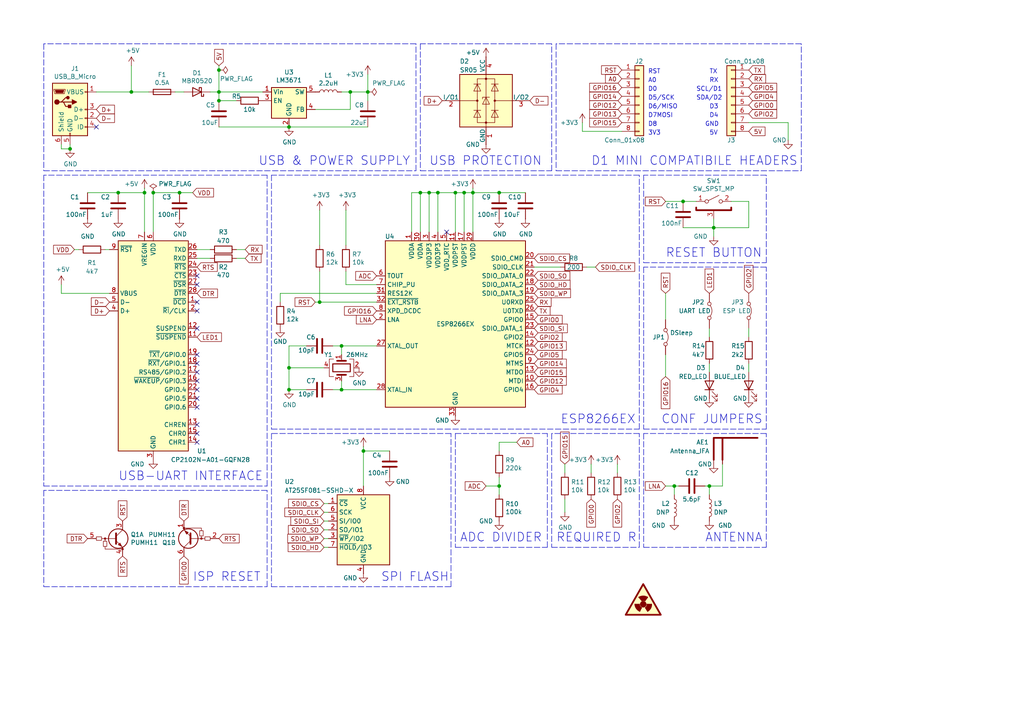
<source format=kicad_sch>
(kicad_sch (version 20231120) (generator "eeschema") (generator_version "8.0")
  (paper "A4")
  (title_block (title "ESP Board") (date "2021-08-24") (rev "1") (company "Galion"))
  (junction (at 144.78 55.88))
  (junction (at 121.92 55.88))
  (junction (at 106.68 26.67))
  (junction (at 63.5 20.32))
  (junction (at 63.5 29.21))
  (junction (at 63.5 26.67))
  (junction (at 101.6 26.67))
  (junction (at 44.45 55.88))
  (junction (at 20.32 43.18))
  (junction (at 38.1 26.67))
  (junction (at 34.29 55.88))
  (junction (at 198.12 58.42))
  (junction (at 99.06 113.03))
  (junction (at 52.07 55.88))
  (junction (at 99.06 100.33))
  (junction (at 83.82 113.03))
  (junction (at 105.41 130.81))
  (junction (at 124.46 55.88))
  (junction (at 83.82 106.68))
  (junction (at 41.91 55.88))
  (junction (at 92.71 87.63))
  (junction (at 205.74 140.97))
  (junction (at 132.08 55.88))
  (junction (at 127 55.88))
  (junction (at 207.01 66.04))
  (junction (at 137.16 55.88))
  (junction (at 144.78 140.97))
  (junction (at 83.82 36.83))
  (junction (at 195.58 140.97))
  (junction (at 134.62 55.88))
  (no_connect (at 57.15 80.01))
  (no_connect (at 57.15 107.95))
  (no_connect (at 57.15 110.49))
  (no_connect (at 27.94 36.83))
  (no_connect (at 57.15 87.63))
  (no_connect (at 57.15 90.17))
  (no_connect (at 57.15 95.25))
  (no_connect (at 129.54 67.31))
  (no_connect (at 57.15 118.11))
  (no_connect (at 57.15 125.73))
  (no_connect (at 57.15 123.19))
  (no_connect (at 57.15 128.27))
  (no_connect (at 57.15 113.03))
  (no_connect (at 57.15 115.57))
  (no_connect (at 57.15 102.87))
  (no_connect (at 57.15 82.55))
  (no_connect (at 57.15 105.41))
  (wire (pts (xy 172.72 77.47) (xy 170.18 77.47)))
  (wire (pts (xy 96.52 113.03) (xy 99.06 113.03)))
  (polyline (pts (xy 78.74 50.8) (xy 78.74 124.46)) (stroke (width 0) (type dash)))
  (wire (pts (xy 137.16 55.88) (xy 134.62 55.88)))
  (polyline (pts (xy 77.47 170.18) (xy 77.47 142.24)) (stroke (width 0) (type dash)))
  (wire (pts (xy 163.83 137.16) (xy 163.83 134.62)))
  (wire (pts (xy 205.74 140.97) (xy 209.55 140.97)))
  (polyline (pts (xy 222.25 77.47) (xy 186.69 77.47)) (stroke (width 0) (type dash)))
  (wire (pts (xy 137.16 55.88) (xy 137.16 67.31)))
  (polyline (pts (xy 186.69 124.46) (xy 222.25 124.46)) (stroke (width 0) (type dash)))
  (wire (pts (xy 63.5 26.67) (xy 63.5 29.21)))
  (wire (pts (xy 168.91 35.56) (xy 168.91 38.1)))
  (polyline (pts (xy 120.65 12.7) (xy 12.7 12.7)) (stroke (width 0) (type dash)))
  (wire (pts (xy 105.41 130.81) (xy 113.03 130.81)))
  (wire (pts (xy 127 67.31) (xy 127 55.88)))
  (polyline (pts (xy 12.7 12.7) (xy 12.7 49.53)) (stroke (width 0) (type dash)))
  (wire (pts (xy 93.98 158.75) (xy 95.25 158.75)))
  (polyline (pts (xy 12.7 50.8) (xy 12.7 140.97)) (stroke (width 0) (type dash)))
  (wire (pts (xy 83.82 100.33) (xy 83.82 106.68)))
  (polyline (pts (xy 12.7 140.97) (xy 77.47 140.97)) (stroke (width 0) (type dash)))
  (wire (pts (xy 106.68 26.67) (xy 106.68 29.21)))
  (polyline (pts (xy 132.08 125.73) (xy 132.08 158.75)) (stroke (width 0) (type dash)))
  (wire (pts (xy 68.58 72.39) (xy 71.12 72.39)))
  (polyline (pts (xy 185.42 125.73) (xy 160.02 125.73)) (stroke (width 0) (type dash)))
  (wire (pts (xy 205.74 140.97) (xy 205.74 143.51)))
  (wire (pts (xy 91.44 31.75) (xy 101.6 31.75)))
  (wire (pts (xy 132.08 55.88) (xy 134.62 55.88)))
  (wire (pts (xy 193.04 140.97) (xy 195.58 140.97)))
  (wire (pts (xy 99.06 100.33) (xy 99.06 102.87)))
  (wire (pts (xy 193.04 58.42) (xy 198.12 58.42)))
  (wire (pts (xy 207.01 66.04) (xy 207.01 68.58)))
  (wire (pts (xy 50.8 26.67) (xy 53.34 26.67)))
  (wire (pts (xy 30.48 72.39) (xy 31.75 72.39)))
  (wire (pts (xy 93.98 148.59) (xy 95.25 148.59)))
  (wire (pts (xy 144.78 138.43) (xy 144.78 140.97)))
  (polyline (pts (xy 77.47 142.24) (xy 12.7 142.24)) (stroke (width 0) (type dash)))
  (wire (pts (xy 144.78 128.27) (xy 149.86 128.27)))
  (wire (pts (xy 83.82 36.83) (xy 63.5 36.83)))
  (wire (pts (xy 205.74 107.95) (xy 205.74 105.41)))
  (wire (pts (xy 217.17 95.25) (xy 217.17 97.79)))
  (polyline (pts (xy 222.25 158.75) (xy 222.25 125.73)) (stroke (width 0) (type dash)))
  (polyline (pts (xy 132.08 125.73) (xy 158.75 125.73)) (stroke (width 0) (type dash)))
  (wire (pts (xy 99.06 113.03) (xy 109.22 113.03)))
  (wire (pts (xy 105.41 130.81) (xy 105.41 140.97)))
  (wire (pts (xy 25.4 55.88) (xy 34.29 55.88)))
  (wire (pts (xy 121.92 55.88) (xy 119.38 55.88)))
  (wire (pts (xy 217.17 107.95) (xy 217.17 105.41)))
  (wire (pts (xy 106.68 21.59) (xy 106.68 26.67)))
  (wire (pts (xy 76.2 26.67) (xy 63.5 26.67)))
  (polyline (pts (xy 186.69 125.73) (xy 186.69 158.75)) (stroke (width 0) (type dash)))
  (wire (pts (xy 83.82 106.68) (xy 93.98 106.68)))
  (wire (pts (xy 17.78 85.09) (xy 31.75 85.09)))
  (wire (pts (xy 44.45 55.88) (xy 52.07 55.88)))
  (wire (pts (xy 217.17 66.04) (xy 217.17 58.42)))
  (wire (pts (xy 92.71 87.63) (xy 109.22 87.63)))
  (wire (pts (xy 63.5 20.32) (xy 63.5 26.67)))
  (wire (pts (xy 101.6 26.67) (xy 101.6 31.75)))
  (polyline (pts (xy 185.42 50.8) (xy 78.74 50.8)) (stroke (width 0) (type dash)))
  (wire (pts (xy 38.1 26.67) (xy 38.1 19.05)))
  (polyline (pts (xy 232.41 49.53) (xy 232.41 12.7)) (stroke (width 0) (type dash)))
  (wire (pts (xy 209.55 140.97) (xy 209.55 134.62)))
  (wire (pts (xy 100.33 82.55) (xy 100.33 78.74)))
  (polyline (pts (xy 12.7 49.53) (xy 120.65 49.53)) (stroke (width 0) (type dash)))
  (wire (pts (xy 163.83 144.78) (xy 163.83 148.59)))
  (polyline (pts (xy 158.75 158.75) (xy 158.75 125.73)) (stroke (width 0) (type dash)))
  (wire (pts (xy 124.46 67.31) (xy 124.46 55.88)))
  (wire (pts (xy 127 55.88) (xy 132.08 55.88)))
  (polyline (pts (xy 12.7 142.24) (xy 12.7 170.18)) (stroke (width 0) (type dash)))
  (wire (pts (xy 217.17 35.56) (xy 228.6 35.56)))
  (wire (pts (xy 119.38 55.88) (xy 119.38 67.31)))
  (wire (pts (xy 168.91 38.1) (xy 180.34 38.1)))
  (wire (pts (xy 198.12 66.04) (xy 207.01 66.04)))
  (wire (pts (xy 21.59 72.39) (xy 22.86 72.39)))
  (wire (pts (xy 134.62 55.88) (xy 134.62 67.31)))
  (wire (pts (xy 137.16 54.61) (xy 137.16 55.88)))
  (polyline (pts (xy 78.74 125.73) (xy 78.74 170.18)) (stroke (width 0) (type dash)))
  (wire (pts (xy 27.94 26.67) (xy 38.1 26.67)))
  (polyline (pts (xy 185.42 158.75) (xy 185.42 125.73)) (stroke (width 0) (type dash)))
  (wire (pts (xy 60.96 72.39) (xy 57.15 72.39)))
  (polyline (pts (xy 222.25 125.73) (xy 186.69 125.73)) (stroke (width 0) (type dash)))
  (polyline (pts (xy 77.47 140.97) (xy 77.47 50.8)) (stroke (width 0) (type dash)))
  (wire (pts (xy 198.12 58.42) (xy 201.93 58.42)))
  (wire (pts (xy 144.78 140.97) (xy 144.78 143.51)))
  (polyline (pts (xy 78.74 124.46) (xy 185.42 124.46)) (stroke (width 0) (type dash)))
  (wire (pts (xy 41.91 55.88) (xy 41.91 67.31)))
  (polyline (pts (xy 160.02 12.7) (xy 121.92 12.7)) (stroke (width 0) (type dash)))
  (wire (pts (xy 196.85 140.97) (xy 195.58 140.97)))
  (polyline (pts (xy 161.29 12.7) (xy 161.29 49.53)) (stroke (width 0) (type dash)))
  (wire (pts (xy 17.78 43.18) (xy 20.32 43.18)))
  (polyline (pts (xy 186.69 76.2) (xy 222.25 76.2)) (stroke (width 0) (type dash)))
  (wire (pts (xy 92.71 71.12) (xy 92.71 60.96)))
  (wire (pts (xy 20.32 41.91) (xy 20.32 43.18)))
  (wire (pts (xy 43.18 26.67) (xy 38.1 26.67)))
  (wire (pts (xy 55.88 55.88) (xy 52.07 55.88)))
  (polyline (pts (xy 161.29 49.53) (xy 232.41 49.53)) (stroke (width 0) (type dash)))
  (wire (pts (xy 179.07 137.16) (xy 179.07 134.62)))
  (polyline (pts (xy 222.25 124.46) (xy 222.25 77.47)) (stroke (width 0) (type dash)))
  (wire (pts (xy 204.47 140.97) (xy 205.74 140.97)))
  (wire (pts (xy 154.94 77.47) (xy 162.56 77.47)))
  (wire (pts (xy 171.45 137.16) (xy 171.45 134.62)))
  (wire (pts (xy 93.98 153.67) (xy 95.25 153.67)))
  (wire (pts (xy 81.28 87.63) (xy 81.28 85.09)))
  (wire (pts (xy 17.78 41.91) (xy 17.78 43.18)))
  (wire (pts (xy 60.96 74.93) (xy 57.15 74.93)))
  (polyline (pts (xy 186.69 50.8) (xy 186.69 76.2)) (stroke (width 0) (type dash)))
  (wire (pts (xy 106.68 36.83) (xy 83.82 36.83)))
  (wire (pts (xy 124.46 55.88) (xy 127 55.88)))
  (wire (pts (xy 41.91 55.88) (xy 34.29 55.88)))
  (wire (pts (xy 44.45 55.88) (xy 44.45 67.31)))
  (wire (pts (xy 92.71 78.74) (xy 92.71 87.63)))
  (polyline (pts (xy 132.08 158.75) (xy 158.75 158.75)) (stroke (width 0) (type dash)))
  (polyline (pts (xy 222.25 76.2) (xy 222.25 50.8)) (stroke (width 0) (type dash)))
  (wire (pts (xy 109.22 100.33) (xy 99.06 100.33)))
  (wire (pts (xy 101.6 26.67) (xy 106.68 26.67)))
  (wire (pts (xy 205.74 95.25) (xy 205.74 97.79)))
  (polyline (pts (xy 186.69 77.47) (xy 186.69 124.46)) (stroke (width 0) (type dash)))
  (wire (pts (xy 63.5 19.05) (xy 63.5 20.32)))
  (polyline (pts (xy 186.69 158.75) (xy 222.25 158.75)) (stroke (width 0) (type dash)))
  (wire (pts (xy 132.08 67.31) (xy 132.08 55.88)))
  (wire (pts (xy 140.97 140.97) (xy 144.78 140.97)))
  (polyline (pts (xy 77.47 50.8) (xy 12.7 50.8)) (stroke (width 0) (type dash)))
  (polyline (pts (xy 130.81 125.73) (xy 78.74 125.73)) (stroke (width 0) (type dash)))
  (wire (pts (xy 193.04 85.09) (xy 193.04 92.71)))
  (polyline (pts (xy 222.25 50.8) (xy 186.69 50.8)) (stroke (width 0) (type dash)))
  (polyline (pts (xy 121.92 49.53) (xy 160.02 49.53)) (stroke (width 0) (type dash)))
  (wire (pts (xy 228.6 35.56) (xy 228.6 40.64)))
  (wire (pts (xy 83.82 106.68) (xy 83.82 113.03)))
  (wire (pts (xy 121.92 55.88) (xy 124.46 55.88)))
  (wire (pts (xy 144.78 130.81) (xy 144.78 128.27)))
  (wire (pts (xy 99.06 110.49) (xy 99.06 113.03)))
  (wire (pts (xy 99.06 26.67) (xy 101.6 26.67)))
  (wire (pts (xy 88.9 100.33) (xy 83.82 100.33)))
  (wire (pts (xy 109.22 82.55) (xy 100.33 82.55)))
  (polyline (pts (xy 12.7 170.18) (xy 77.47 170.18)) (stroke (width 0) (type dash)))
  (wire (pts (xy 71.12 74.93) (xy 68.58 74.93)))
  (wire (pts (xy 105.41 129.54) (xy 105.41 130.81)))
  (polyline (pts (xy 160.02 125.73) (xy 160.02 158.75)) (stroke (width 0) (type dash)))
  (wire (pts (xy 63.5 29.21) (xy 68.58 29.21)))
  (wire (pts (xy 121.92 67.31) (xy 121.92 55.88)))
  (polyline (pts (xy 120.65 49.53) (xy 120.65 12.7)) (stroke (width 0) (type dash)))
  (wire (pts (xy 207.01 63.5) (xy 207.01 66.04)))
  (wire (pts (xy 83.82 113.03) (xy 88.9 113.03)))
  (wire (pts (xy 217.17 58.42) (xy 212.09 58.42)))
  (wire (pts (xy 93.98 151.13) (xy 95.25 151.13)))
  (polyline (pts (xy 185.42 124.46) (xy 185.42 50.8)) (stroke (width 0) (type dash)))
  (wire (pts (xy 60.96 26.67) (xy 63.5 26.67)))
  (polyline (pts (xy 78.74 170.18) (xy 130.81 170.18)) (stroke (width 0) (type dash)))
  (wire (pts (xy 207.01 66.04) (xy 217.17 66.04)))
  (wire (pts (xy 93.98 156.21) (xy 95.25 156.21)))
  (wire (pts (xy 17.78 82.55) (xy 17.78 85.09)))
  (wire (pts (xy 100.33 60.96) (xy 100.33 71.12)))
  (polyline (pts (xy 232.41 12.7) (xy 161.29 12.7)) (stroke (width 0) (type dash)))
  (polyline (pts (xy 121.92 12.7) (xy 121.92 49.53)) (stroke (width 0) (type dash)))
  (wire (pts (xy 81.28 85.09) (xy 109.22 85.09)))
  (wire (pts (xy 193.04 109.22) (xy 193.04 102.87)))
  (polyline (pts (xy 160.02 158.75) (xy 185.42 158.75)) (stroke (width 0) (type dash)))
  (wire (pts (xy 91.44 87.63) (xy 92.71 87.63)))
  (polyline (pts (xy 130.81 170.18) (xy 130.81 125.73)) (stroke (width 0) (type dash)))
  (wire (pts (xy 41.91 54.61) (xy 41.91 55.88)))
  (wire (pts (xy 137.16 55.88) (xy 144.78 55.88)))
  (wire (pts (xy 195.58 140.97) (xy 195.58 143.51)))
  (wire (pts (xy 144.78 55.88) (xy 152.4 55.88)))
  (wire (pts (xy 96.52 100.33) (xy 99.06 100.33)))
  (polyline (pts (xy 160.02 49.53) (xy 160.02 12.7)) (stroke (width 0) (type dash)))
  (wire (pts (xy 93.98 146.05) (xy 95.25 146.05)))
  (text "ADC DIVIDER" (at 133.35 157.48 0) (effects (font (size 2.54 2.54)) (justify left bottom)))
  (text "RST" (at 187.96 21.59 0) (effects (font (size 1.27 1.27)) (justify left bottom)))
  (text "SCL/D1" (at 201.93 26.67 0) (effects (font (size 1.27 1.27)) (justify left bottom)))
  (text "ISP RESET" (at 55.88 168.91 0) (effects (font (size 2.54 2.54)) (justify left bottom)))
  (text "A0" (at 187.96 24.13 0) (effects (font (size 1.27 1.27)) (justify left bottom)))
  (text "CONF JUMPERS" (at 191.77 123.19 0) (effects (font (size 2.54 2.54)) (justify left bottom)))
  (text "SPI FLASH" (at 110.49 168.91 0) (effects (font (size 2.54 2.54)) (justify left bottom)))
  (text "USB PROTECTION" (at 124.46 48.26 0) (effects (font (size 2.54 2.54)) (justify left bottom)))
  (text "D8" (at 187.96 36.83 0) (effects (font (size 1.27 1.27)) (justify left bottom)))
  (text "D4" (at 205.74 34.29 0) (effects (font (size 1.27 1.27)) (justify left bottom)))
  (text "D3" (at 205.74 31.75 0) (effects (font (size 1.27 1.27)) (justify left bottom)))
  (text "USB & POWER SUPPLY" (at 74.93 48.26 0) (effects (font (size 2.54 2.54)) (justify left bottom)))
  (text "USB-UART INTERFACE" (at 34.29 139.7 0) (effects (font (size 2.54 2.54)) (justify left bottom)))
  (text "D7MOSI" (at 187.96 34.29 0) (effects (font (size 1.27 1.27)) (justify left bottom)))
  (text "D6/MISO" (at 187.96 31.75 0) (effects (font (size 1.27 1.27)) (justify left bottom)))
  (text "ESP8266EX" (at 162.56 123.19 0) (effects (font (size 2.54 2.54)) (justify left bottom)))
  (text "ANTENNA\n" (at 204.47 157.48 0) (effects (font (size 2.54 2.54)) (justify left bottom)))
  (text "RX" (at 205.74 24.13 0) (effects (font (size 1.27 1.27)) (justify left bottom)))
  (text "5V" (at 205.74 39.37 0) (effects (font (size 1.27 1.27)) (justify left bottom)))
  (text "D5/SCK" (at 187.96 29.21 0) (effects (font (size 1.27 1.27)) (justify left bottom)))
  (text "D1 MINI COMPATIBILE HEADERS" (at 171.45 48.26 0) (effects (font (size 2.54 2.54)) (justify left bottom)))
  (text "3V3" (at 187.96 39.37 0) (effects (font (size 1.27 1.27)) (justify left bottom)))
  (text "SDA/D2" (at 201.93 29.21 0) (effects (font (size 1.27 1.27)) (justify left bottom)))
  (text "GND" (at 204.47 36.83 0) (effects (font (size 1.27 1.27)) (justify left bottom)))
  (text "TX" (at 205.74 21.59 0) (effects (font (size 1.27 1.27)) (justify left bottom)))
  (text "REQUIRED R" (at 161.29 157.48 0) (effects (font (size 2.54 2.54)) (justify left bottom)))
  (text "RESET BUTTON\n" (at 193.04 74.93 0) (effects (font (size 2.54 2.54)) (justify left bottom)))
  (text "D0" (at 187.96 26.67 0) (effects (font (size 1.27 1.27)) (justify left bottom)))
  (global_label "GPIO15" (shape input) (at 180.34 35.56 180) (property "Intersheetrefs" "${INTERSHEET_REFS}" (effects (hide yes))))
  (global_label "TX" (shape input) (at 71.12 74.93 0) (property "Intersheetrefs" "${INTERSHEET_REFS}" (effects (hide yes))))
  (global_label "ADC" (shape input) (at 140.97 140.97 180) (property "Intersheetrefs" "${INTERSHEET_REFS}" (effects (hide yes))))
  (global_label "SDIO_SO" (shape input) (at 154.94 80.01 0) (property "Intersheetrefs" "${INTERSHEET_REFS}" (effects (hide yes))))
  (global_label "SDIO_CLK" (shape input) (at 93.98 148.59 180) (property "Intersheetrefs" "${INTERSHEET_REFS}" (effects (hide yes))))
  (global_label "GPIO12" (shape input) (at 180.34 30.48 180) (property "Intersheetrefs" "${INTERSHEET_REFS}" (effects (hide yes))))
  (global_label "TX" (shape input) (at 154.94 90.17 0) (property "Intersheetrefs" "${INTERSHEET_REFS}" (effects (hide yes))))
  (global_label "SDIO_HD" (shape input) (at 154.94 82.55 0) (property "Intersheetrefs" "${INTERSHEET_REFS}" (effects (hide yes))))
  (global_label "SDIO_CS" (shape input) (at 93.98 146.05 180) (property "Intersheetrefs" "${INTERSHEET_REFS}" (effects (hide yes))))
  (global_label "LED1" (shape input) (at 57.15 97.79 0) (property "Intersheetrefs" "${INTERSHEET_REFS}" (effects (hide yes))))
  (global_label "D+" (shape input) (at 27.94 31.75 0) (property "Intersheetrefs" "${INTERSHEET_REFS}" (effects (hide yes))))
  (global_label "GPIO15" (shape input) (at 163.83 134.62 90) (property "Intersheetrefs" "${INTERSHEET_REFS}" (effects (hide yes))))
  (global_label "5V" (shape input) (at 217.17 38.1 0) (property "Intersheetrefs" "${INTERSHEET_REFS}" (effects (hide yes))))
  (global_label "GPIO2" (shape input) (at 217.17 33.02 0) (property "Intersheetrefs" "${INTERSHEET_REFS}" (effects (hide yes))))
  (global_label "GPIO14" (shape input) (at 154.94 105.41 0) (property "Intersheetrefs" "${INTERSHEET_REFS}" (effects (hide yes))))
  (global_label "SDIO_HD" (shape input) (at 93.98 158.75 180) (property "Intersheetrefs" "${INTERSHEET_REFS}" (effects (hide yes))))
  (global_label "RST" (shape input) (at 35.56 151.13 90) (property "Intersheetrefs" "${INTERSHEET_REFS}" (effects (hide yes))))
  (global_label "GPIO16" (shape input) (at 180.34 25.4 180) (property "Intersheetrefs" "${INTERSHEET_REFS}" (effects (hide yes))))
  (global_label "SDIO_CLK" (shape input) (at 172.72 77.47 0) (property "Intersheetrefs" "${INTERSHEET_REFS}" (effects (hide yes))))
  (global_label "GPIO13" (shape input) (at 154.94 100.33 0) (property "Intersheetrefs" "${INTERSHEET_REFS}" (effects (hide yes))))
  (global_label "GPIO2" (shape input) (at 179.07 144.78 270) (property "Intersheetrefs" "${INTERSHEET_REFS}" (effects (hide yes))))
  (global_label "VDD" (shape input) (at 55.88 55.88 0) (property "Intersheetrefs" "${INTERSHEET_REFS}" (effects (hide yes))))
  (global_label "D-" (shape input) (at 31.75 87.63 180) (property "Intersheetrefs" "${INTERSHEET_REFS}" (effects (hide yes))))
  (global_label "GPIO2" (shape input) (at 217.17 85.09 90) (property "Intersheetrefs" "${INTERSHEET_REFS}" (effects (hide yes))))
  (global_label "SDIO_CS" (shape input) (at 154.94 74.93 0) (property "Intersheetrefs" "${INTERSHEET_REFS}" (effects (hide yes))))
  (global_label "D-" (shape input) (at 27.94 34.29 0) (property "Intersheetrefs" "${INTERSHEET_REFS}" (effects (hide yes))))
  (global_label "RST" (shape input) (at 180.34 20.32 180) (property "Intersheetrefs" "${INTERSHEET_REFS}" (effects (hide yes))))
  (global_label "SDIO_SI" (shape input) (at 93.98 151.13 180) (property "Intersheetrefs" "${INTERSHEET_REFS}" (effects (hide yes))))
  (global_label "LED1" (shape input) (at 205.74 85.09 90) (property "Intersheetrefs" "${INTERSHEET_REFS}" (effects (hide yes))))
  (global_label "SDIO_SO" (shape input) (at 93.98 153.67 180) (property "Intersheetrefs" "${INTERSHEET_REFS}" (effects (hide yes))))
  (global_label "DTR" (shape input) (at 57.15 85.09 0) (property "Intersheetrefs" "${INTERSHEET_REFS}" (effects (hide yes))))
  (global_label "GPIO4" (shape input) (at 154.94 113.03 0) (property "Intersheetrefs" "${INTERSHEET_REFS}" (effects (hide yes))))
  (global_label "D+" (shape input) (at 128.27 29.21 180) (property "Intersheetrefs" "${INTERSHEET_REFS}" (effects (hide yes))))
  (global_label "GPIO15" (shape input) (at 154.94 107.95 0) (property "Intersheetrefs" "${INTERSHEET_REFS}" (effects (hide yes))))
  (global_label "LNA" (shape input) (at 109.22 92.71 180) (property "Intersheetrefs" "${INTERSHEET_REFS}" (effects (hide yes))))
  (global_label "RST" (shape input) (at 91.44 87.63 180) (property "Intersheetrefs" "${INTERSHEET_REFS}" (effects (hide yes))))
  (global_label "RX" (shape input) (at 71.12 72.39 0) (property "Intersheetrefs" "${INTERSHEET_REFS}" (effects (hide yes))))
  (global_label "TX" (shape input) (at 217.17 20.32 0) (property "Intersheetrefs" "${INTERSHEET_REFS}" (effects (hide yes))))
  (global_label "D+" (shape input) (at 31.75 90.17 180) (property "Intersheetrefs" "${INTERSHEET_REFS}" (effects (hide yes))))
  (global_label "GPIO5" (shape input) (at 154.94 102.87 0) (property "Intersheetrefs" "${INTERSHEET_REFS}" (effects (hide yes))))
  (global_label "RTS" (shape input) (at 63.5 156.21 0) (property "Intersheetrefs" "${INTERSHEET_REFS}" (effects (hide yes))))
  (global_label "GPIO12" (shape input) (at 154.94 110.49 0) (property "Intersheetrefs" "${INTERSHEET_REFS}" (effects (hide yes))))
  (global_label "LNA" (shape input) (at 193.04 140.97 180) (property "Intersheetrefs" "${INTERSHEET_REFS}" (effects (hide yes))))
  (global_label "RTS" (shape input) (at 57.15 77.47 0) (property "Intersheetrefs" "${INTERSHEET_REFS}" (effects (hide yes))))
  (global_label "RX" (shape input) (at 217.17 22.86 0) (property "Intersheetrefs" "${INTERSHEET_REFS}" (effects (hide yes))))
  (global_label "SDIO_SI" (shape input) (at 154.94 95.25 0) (property "Intersheetrefs" "${INTERSHEET_REFS}" (effects (hide yes))))
  (global_label "SDIO_WP" (shape input) (at 93.98 156.21 180) (property "Intersheetrefs" "${INTERSHEET_REFS}" (effects (hide yes))))
  (global_label "GPIO0" (shape input) (at 154.94 92.71 0) (property "Intersheetrefs" "${INTERSHEET_REFS}" (effects (hide yes))))
  (global_label "GPIO0" (shape input) (at 171.45 144.78 270) (property "Intersheetrefs" "${INTERSHEET_REFS}" (effects (hide yes))))
  (global_label "GPIO16" (shape input) (at 109.22 90.17 180) (property "Intersheetrefs" "${INTERSHEET_REFS}" (effects (hide yes))))
  (global_label "GPIO4" (shape input) (at 217.17 27.94 0) (property "Intersheetrefs" "${INTERSHEET_REFS}" (effects (hide yes))))
  (global_label "DTR" (shape input) (at 25.4 156.21 180) (property "Intersheetrefs" "${INTERSHEET_REFS}" (effects (hide yes))))
  (global_label "DTR" (shape input) (at 53.34 151.13 90) (property "Intersheetrefs" "${INTERSHEET_REFS}" (effects (hide yes))))
  (global_label "GPIO13" (shape input) (at 180.34 33.02 180) (property "Intersheetrefs" "${INTERSHEET_REFS}" (effects (hide yes))))
  (global_label "RX" (shape input) (at 154.94 87.63 0) (property "Intersheetrefs" "${INTERSHEET_REFS}" (effects (hide yes))))
  (global_label "D-" (shape input) (at 153.67 29.21 0) (property "Intersheetrefs" "${INTERSHEET_REFS}" (effects (hide yes))))
  (global_label "VDD" (shape input) (at 21.59 72.39 180) (property "Intersheetrefs" "${INTERSHEET_REFS}" (effects (hide yes))))
  (global_label "RST" (shape input) (at 193.04 58.42 180) (property "Intersheetrefs" "${INTERSHEET_REFS}" (effects (hide yes))))
  (global_label "GPIO2" (shape input) (at 154.94 97.79 0) (property "Intersheetrefs" "${INTERSHEET_REFS}" (effects (hide yes))))
  (global_label "GPIO0" (shape input) (at 217.17 30.48 0) (property "Intersheetrefs" "${INTERSHEET_REFS}" (effects (hide yes))))
  (global_label "RTS" (shape input) (at 35.56 161.29 270) (property "Intersheetrefs" "${INTERSHEET_REFS}" (effects (hide yes))))
  (global_label "ADC" (shape input) (at 109.22 80.01 180) (property "Intersheetrefs" "${INTERSHEET_REFS}" (effects (hide yes))))
  (global_label "GPIO16" (shape input) (at 193.04 109.22 270) (property "Intersheetrefs" "${INTERSHEET_REFS}" (effects (hide yes))))
  (global_label "A0" (shape input) (at 149.86 128.27 0) (property "Intersheetrefs" "${INTERSHEET_REFS}" (effects (hide yes))))
  (global_label "RST" (shape input) (at 193.04 85.09 90) (property "Intersheetrefs" "${INTERSHEET_REFS}" (effects (hide yes))))
  (global_label "SDIO_WP" (shape input) (at 154.94 85.09 0) (property "Intersheetrefs" "${INTERSHEET_REFS}" (effects (hide yes))))
  (global_label "GPIO0" (shape input) (at 53.34 161.29 270) (property "Intersheetrefs" "${INTERSHEET_REFS}" (effects (hide yes))))
  (global_label "A0" (shape input) (at 180.34 22.86 180) (property "Intersheetrefs" "${INTERSHEET_REFS}" (effects (hide yes))))
  (global_label "5V" (shape input) (at 63.5 19.05 90) (property "Intersheetrefs" "${INTERSHEET_REFS}" (effects (hide yes))))
  (global_label "GPIO14" (shape input) (at 180.34 27.94 180) (property "Intersheetrefs" "${INTERSHEET_REFS}" (effects (hide yes))))
  (global_label "GPIO5" (shape input) (at 217.17 25.4 0) (property "Intersheetrefs" "${INTERSHEET_REFS}" (effects (hide yes))))
  (symbol (lib_id "MCU_Espressif:ESP8266EX") (at 132.08 92.71 0) (unit 1)
    (property "Reference" "U4" (at 113.03 68.58 0))
    (property "Value" "ESP8266EX" (at 132.08 93.98 0))
    (property "Footprint" "Package_DFN_QFN:QFN-32-1EP_5x5mm_P0.5mm_EP3.45x3.45mm" (effects (hide yes)))
    (property "Datasheet" "http://espressif.com/sites/default/files/documentation/0a-esp8266ex_datasheet_en.pdf" (effects (hide yes)))
    (property "Notes" "Desolder from ESP-01" (effects (hide yes)))
  )
  (symbol (lib_id "Interface_USB:CP2102N-Axx-xQFN28") (at 44.45 100.33 0) (unit 1)
    (property "Reference" "U1" (at 57.15 130.81 0) (effects (justify left)))
    (property "Value" "CP2102N-A01-GQFN28" (at 49.53 133.35 0) (effects (justify left)))
    (property "Footprint" "Package_DFN_QFN:QFN-28-1EP_5x5mm_P0.5mm_EP3.35x3.35mm" (effects (hide yes)))
    (property "Datasheet" "https://www.silabs.com/documents/public/data-sheets/cp2102n-datasheet.pdf" (effects (hide yes)))
    (property "Description" "USB to UART master bridge, QFN-28" (effects (hide yes)))
  )
  (symbol (lib_id "Connector:USB_B_Micro") (at 20.32 31.75 0) (unit 1)
    (property "Reference" "J1" (at 21.7678 19.8882 0))
    (property "Value" "USB_B_Micro" (at 21.7678 22.1996 0))
    (property "Footprint" "project-symbols:USB_Micro-B_Unknown_5s_SMT" (effects (hide yes)))
  )
  (symbol (lib_id "project-symbols:PUMH11") (at 34.29 156.21 0) (unit 1)
    (property "Reference" "Q1" (at 37.8714 155.0416 0) (effects (justify left)))
    (property "Value" "PUMH11" (at 37.8714 157.353 0) (effects (justify left)))
    (property "Footprint" "Package_TO_SOT_SMD:SOT-363_SC-70-6" (effects (hide yes)))
    (property "Datasheet" "https://assets.nexperia.com/documents/data-sheet/PEMH11_PUMH11.pdf" (effects (hide yes)))
  )
  (symbol (lib_id "project-symbols:LM3671") (at 83.82 29.21 0) (unit 1)
    (property "Reference" "U3" (at 83.82 20.955 0))
    (property "Value" "LM3671" (at 83.82 23.2664 0))
    (property "Footprint" "Package_TO_SOT_SMD:TSOT-23-5" (effects (hide yes)))
    (property "Datasheet" "https://www.ti.com/lit/ds/symlink/lm3671.pdf" (effects (hide yes)))
  )
  (symbol (lib_id "project-symbols:PUMH11") (at 54.61 156.21 180) (unit 2)
    (property "Reference" "Q1" (at 51.0286 157.3784 0) (effects (justify left)))
    (property "Value" "PUMH11" (at 51.0286 155.067 0) (effects (justify left)))
    (property "Footprint" "Package_TO_SOT_SMD:SOT-363_SC-70-6" (effects (hide yes)))
    (property "Datasheet" "https://assets.nexperia.com/documents/data-sheet/PEMH11_PUMH11.pdf" (effects (hide yes)))
  )
  (symbol (lib_id "power:+3V3") (at 137.16 54.61 0) (unit 1)
    (property "Reference" "#PWR022" (effects (hide yes)))
    (property "Value" "+3V3" (at 133.35 53.34 0))
  )
  (symbol (lib_id "Device:R") (at 100.33 74.93 0) (unit 1)
    (property "Reference" "R7" (at 102.108 73.7616 0) (effects (justify left)))
    (property "Value" "10k" (at 102.108 76.073 0) (effects (justify left)))
    (property "Footprint" "Resistor_SMD:R_0402_1005Metric" (effects (hide yes)))
  )
  (symbol (lib_id "power:+3V3") (at 100.33 60.96 0) (unit 1)
    (property "Reference" "#PWR015" (effects (hide yes)))
    (property "Value" "+3V3" (at 100.711 56.5658 0))
  )
  (symbol (lib_id "Device:R") (at 92.71 74.93 0) (unit 1)
    (property "Reference" "R6" (at 94.488 73.7616 0) (effects (justify left)))
    (property "Value" "12k" (at 94.488 76.073 0) (effects (justify left)))
    (property "Footprint" "Resistor_SMD:R_0402_1005Metric" (effects (hide yes)))
    (property "Notes" "Desolder from ESP-01" (effects (hide yes)))
  )
  (symbol (lib_id "power:+3V3") (at 92.71 60.96 0) (unit 1)
    (property "Reference" "#PWR014" (effects (hide yes)))
    (property "Value" "+3V3" (at 93.091 56.5658 0))
  )
  (symbol (lib_id "Device:R") (at 81.28 91.44 0) (unit 1)
    (property "Reference" "R4" (at 83.058 90.2716 0) (effects (justify left)))
    (property "Value" "12k" (at 83.058 92.583 0) (effects (justify left)))
    (property "Footprint" "Resistor_SMD:R_0402_1005Metric" (effects (hide yes)))
    (property "Notes" "Desolder from ESP-01" (effects (hide yes)))
  )
  (symbol (lib_id "power:GND") (at 81.28 95.25 0) (unit 1)
    (property "Reference" "#PWR013" (effects (hide yes)))
    (property "Value" "GND" (at 81.28 99.06 0))
  )
  (symbol (lib_id "Device:Crystal_GND24") (at 99.06 106.68 270) (unit 1)
    (property "Reference" "Y1" (at 93.98 102.87 90) (effects (justify left)))
    (property "Value" "26MHz" (at 100.33 102.87 90) (effects (justify left)))
    (property "Footprint" "Crystal:Crystal_SMD_3225-4Pin_3.2x2.5mm" (effects (hide yes)))
    (property "Notes" "Desolder from ESP-01" (effects (hide yes)))
  )
  (symbol (lib_id "power:GND") (at 104.14 106.68 0) (unit 1)
    (property "Reference" "#PWR017" (effects (hide yes)))
    (property "Value" "GND" (at 104.267 111.0742 0))
  )
  (symbol (lib_id "Device:C") (at 92.71 100.33 270) (unit 1)
    (property "Reference" "C6" (at 90.17 97.79 90))
    (property "Value" "10pF" (at 88.9 101.6 90))
    (property "Footprint" "Capacitor_SMD:C_0402_1005Metric" (effects (hide yes)))
    (property "Notes" "Desolder from ESP-01" (effects (hide yes)))
  )
  (symbol (lib_id "Device:C") (at 92.71 113.03 270) (unit 1)
    (property "Reference" "C7" (at 90.17 110.49 90))
    (property "Value" "10pF" (at 88.9 114.3 90))
    (property "Footprint" "Capacitor_SMD:C_0402_1005Metric" (effects (hide yes)))
    (property "Notes" "Desolder from ESP-01" (effects (hide yes)))
  )
  (symbol (lib_id "power:GND") (at 83.82 113.03 0) (unit 1)
    (property "Reference" "#PWR012" (effects (hide yes)))
    (property "Value" "GND" (at 83.947 117.4242 0))
  )
  (symbol (lib_id "power:GND") (at 132.08 120.65 0) (unit 1)
    (property "Reference" "#PWR021" (effects (hide yes)))
    (property "Value" "GND" (at 128.27 121.92 0))
  )
  (symbol (lib_id "Device:R") (at 166.37 77.47 270) (unit 1)
    (property "Reference" "R8" (at 166.37 74.93 90))
    (property "Value" "200" (at 166.37 77.47 90))
    (property "Footprint" "Resistor_SMD:R_0402_1005Metric" (effects (hide yes)))
    (property "Notes" "Desolder from ESP-01" (effects (hide yes)))
  )
  (symbol (lib_id "Connector_Generic:Conn_01x08") (at 185.42 27.94 0) (unit 1)
    (property "Reference" "J2" (at 184.15 17.78 0) (effects (justify left)))
    (property "Value" "Conn_01x08" (at 175.26 40.64 0) (effects (justify left)))
    (property "Footprint" "Connector_PinHeader_2.54mm:PinHeader_1x08_P2.54mm_Vertical" (effects (hide yes)))
  )
  (symbol (lib_id "Connector_Generic:Conn_01x08") (at 212.09 27.94 0) (mirror y) (unit 1)
    (property "Reference" "J3" (at 212.09 40.64 0))
    (property "Value" "Conn_01x08" (at 215.9 17.78 0))
    (property "Footprint" "Connector_PinHeader_2.54mm:PinHeader_1x08_P2.54mm_Vertical" (effects (hide yes)))
  )
  (symbol (lib_id "power:+3V3") (at 168.91 35.56 0) (unit 1)
    (property "Reference" "#PWR028" (effects (hide yes)))
    (property "Value" "+3V3" (at 165.1 35.56 0))
  )
  (symbol (lib_id "power:GND") (at 228.6 40.64 0) (unit 1)
    (property "Reference" "#PWR036" (effects (hide yes)))
    (property "Value" "GND" (at 226.06 40.64 0))
  )
  (symbol (lib_id "Device:R") (at 72.39 29.21 90) (unit 1)
    (property "Reference" "R5" (at 68.58 27.94 90))
    (property "Value" "10k" (at 72.39 31.75 90))
    (property "Footprint" "Resistor_SMD:R_0402_1005Metric" (effects (hide yes)))
  )
  (symbol (lib_id "power:GND") (at 83.82 36.83 0) (unit 1)
    (property "Reference" "#PWR016" (effects (hide yes)))
    (property "Value" "GND" (at 83.947 41.2242 0))
  )
  (symbol (lib_id "Device:C") (at 63.5 33.02 0) (unit 1)
    (property "Reference" "C5" (at 59.69 30.48 0) (effects (justify left)))
    (property "Value" "10uF" (at 58.42 35.56 0) (effects (justify left)))
    (property "Footprint" "Capacitor_SMD:C_0805_2012Metric" (effects (hide yes)))
  )
  (symbol (lib_id "Device:L") (at 95.25 26.67 90) (unit 1)
    (property "Reference" "L1" (at 95.25 21.844 90))
    (property "Value" "2.2uH" (at 95.25 24.1554 90))
    (property "Footprint" "project-symbols:L_Sunlord-SWPA3010S" (effects (hide yes)))
  )
  (symbol (lib_id "Device:C") (at 106.68 33.02 0) (unit 1)
    (property "Reference" "C8" (at 102.87 30.48 0) (effects (justify left)))
    (property "Value" "22uF" (at 101.6 35.56 0) (effects (justify left)))
    (property "Footprint" "Capacitor_SMD:C_0805_2012Metric" (effects (hide yes)))
  )
  (symbol (lib_id "Diode:MBR0520") (at 57.15 26.67 180) (unit 1)
    (property "Reference" "D1" (at 57.15 21.1582 0))
    (property "Value" "MBR0520" (at 57.15 23.4696 0))
    (property "Footprint" "Diode_SMD:D_SOD-123" (effects (hide yes)))
    (property "Datasheet" "http://www.mccsemi.com/up_pdf/MBR0520~MBR0580(SOD123).pdf" (effects (hide yes)))
  )
  (symbol (lib_id "Device:Fuse") (at 46.99 26.67 270) (unit 1)
    (property "Reference" "F1" (at 46.99 21.6662 90))
    (property "Value" "0.5A" (at 46.99 23.9776 90))
    (property "Footprint" "Fuse:Fuse_0402_1005Metric" (effects (hide yes)))
  )
  (symbol (lib_id "power:+3V3") (at 106.68 21.59 0) (unit 1)
    (property "Reference" "#PWR018" (effects (hide yes)))
    (property "Value" "+3V3" (at 102.87 21.59 0))
  )
  (symbol (lib_id "power:GND") (at 20.32 43.18 0) (unit 1)
    (property "Reference" "#PWR05" (effects (hide yes)))
    (property "Value" "GND" (at 20.447 47.5742 0))
  )
  (symbol (lib_id "power:+5V") (at 38.1 19.05 0) (unit 1)
    (property "Reference" "#PWR07" (effects (hide yes)))
    (property "Value" "+5V" (at 38.481 14.6558 0))
  )
  (symbol (lib_id "power:GND") (at 44.45 133.35 0) (mirror y) (unit 1)
    (property "Reference" "#PWR04" (effects (hide yes)))
    (property "Value" "GND" (at 41.91 134.6199 0) (effects (justify left)))
  )
  (symbol (lib_id "project-symbols:SR05") (at 140.97 29.21 0) (unit 1)
    (property "Reference" "D2" (at 133.35 17.78 0) (effects (justify left)))
    (property "Value" "SR05" (at 133.35 20.32 0) (effects (justify left)))
    (property "Footprint" "Package_TO_SOT_SMD:SOT-143" (effects (hide yes)))
    (property "Datasheet" "https://datasheet.octopart.com/SR05.TCT-Semtech-datasheet-7627732.pdf" (effects (hide yes)))
  )
  (symbol (lib_id "power:+5V") (at 140.97 16.51 0) (unit 1)
    (property "Reference" "#PWR019" (effects (hide yes)))
    (property "Value" "+5V" (at 137.16 15.24 0))
  )
  (symbol (lib_id "power:GND") (at 140.97 41.91 0) (unit 1)
    (property "Reference" "#PWR020" (effects (hide yes)))
    (property "Value" "GND" (at 137.16 41.91 0))
  )
  (symbol (lib_id "power:PWR_FLAG") (at 63.5 20.32 270) (unit 1)
    (property "Reference" "#FLG01" (effects (hide yes)))
    (property "Value" "PWR_FLAG" (at 68.58 22.86 90))
  )
  (symbol (lib_id "power:PWR_FLAG") (at 106.68 26.67 270) (unit 1)
    (property "Reference" "#FLG02" (effects (hide yes)))
    (property "Value" "PWR_FLAG" (at 107.95 24.13 90) (effects (justify left)))
  )
  (symbol (lib_id "Device:R") (at 163.83 140.97 0) (unit 1)
    (property "Reference" "R11" (at 165.608 139.8016 0) (effects (justify left)))
    (property "Value" "10k" (at 165.608 142.113 0) (effects (justify left)))
    (property "Footprint" "Resistor_SMD:R_0402_1005Metric" (effects (hide yes)))
  )
  (symbol (lib_id "power:GND") (at 163.83 148.59 0) (unit 1)
    (property "Reference" "#PWR026" (effects (hide yes)))
    (property "Value" "GND" (at 163.957 152.9842 0))
  )
  (symbol (lib_id "Device:R") (at 171.45 140.97 0) (unit 1)
    (property "Reference" "R12" (at 173.228 139.8016 0) (effects (justify left)))
    (property "Value" "10k" (at 173.228 142.113 0) (effects (justify left)))
    (property "Footprint" "Resistor_SMD:R_0402_1005Metric" (effects (hide yes)))
  )
  (symbol (lib_id "Device:R") (at 64.77 72.39 270) (unit 1)
    (property "Reference" "R3" (at 64.77 67.31 90))
    (property "Value" "470" (at 64.77 69.85 90))
    (property "Footprint" "Resistor_SMD:R_0402_1005Metric" (effects (hide yes)))
  )
  (symbol (lib_id "Device:R") (at 179.07 140.97 0) (unit 1)
    (property "Reference" "R13" (at 180.848 139.8016 0) (effects (justify left)))
    (property "Value" "10k" (at 180.848 142.113 0) (effects (justify left)))
    (property "Footprint" "Resistor_SMD:R_0402_1005Metric" (effects (hide yes)))
  )
  (symbol (lib_id "Device:LED") (at 205.74 111.76 90) (unit 1)
    (property "Reference" "D3" (at 201.93 106.68 90) (effects (justify right)))
    (property "Value" "RED_LED" (at 196.85 109.22 90) (effects (justify right)))
    (property "Footprint" "LED_SMD:LED_0402_1005Metric" (effects (hide yes)))
    (property "Notes" "Desolder from ESP-01" (effects (hide yes)))
  )
  (symbol (lib_id "Device:R") (at 205.74 101.6 0) (unit 1)
    (property "Reference" "R14" (at 200.66 100.33 0) (effects (justify left)))
    (property "Value" "4k7" (at 200.66 102.87 0) (effects (justify left)))
    (property "Footprint" "Resistor_SMD:R_0402_1005Metric" (effects (hide yes)))
    (property "Notes" "Desolder from ESP-01" (effects (hide yes)))
  )
  (symbol (lib_id "power:GND") (at 205.74 115.57 0) (unit 1)
    (property "Reference" "#PWR033" (effects (hide yes)))
    (property "Value" "GND" (at 203.2 115.57 0))
  )
  (symbol (lib_id "Device:R") (at 26.67 72.39 90) (unit 1)
    (property "Reference" "R1" (at 26.67 76.2 90))
    (property "Value" "4k7" (at 26.67 78.74 90))
    (property "Footprint" "Resistor_SMD:R_0402_1005Metric" (effects (hide yes)))
    (property "Notes" "Desolder from ESP-01" (effects (hide yes)))
  )
  (symbol (lib_id "Device:R") (at 64.77 74.93 270) (unit 1)
    (property "Reference" "R2" (at 64.77 77.47 90))
    (property "Value" "470" (at 64.77 79.7814 90))
    (property "Footprint" "Resistor_SMD:R_0402_1005Metric" (effects (hide yes)))
  )
  (symbol (lib_id "power:+5V") (at 41.91 54.61 0) (unit 1)
    (property "Reference" "#PWR03" (effects (hide yes)))
    (property "Value" "+5V" (at 38.1 53.34 0))
  )
  (symbol (lib_id "power:+5V") (at 17.78 82.55 0) (unit 1)
    (property "Reference" "#PWR01" (effects (hide yes)))
    (property "Value" "+5V" (at 18.161 78.1558 0))
  )
  (symbol (lib_id "Device:C") (at 34.29 59.69 0) (unit 1)
    (property "Reference" "C2" (at 29.21 57.15 0) (effects (justify left)))
    (property "Value" "1uF" (at 29.21 62.23 0) (effects (justify left)))
    (property "Footprint" "Capacitor_SMD:C_0603_1608Metric" (effects (hide yes)))
  )
  (symbol (lib_id "Device:C") (at 52.07 59.69 0) (unit 1)
    (property "Reference" "C3" (at 46.99 57.15 0) (effects (justify left)))
    (property "Value" "100nF" (at 45.72 62.23 0) (effects (justify left)))
    (property "Footprint" "Capacitor_SMD:C_0402_1005Metric" (effects (hide yes)))
  )
  (symbol (lib_id "power:GND") (at 25.4 63.5 0) (unit 1)
    (property "Reference" "#PWR06" (effects (hide yes)))
    (property "Value" "GND" (at 25.4 68.58 0))
  )
  (symbol (lib_id "power:GND") (at 52.07 63.5 0) (unit 1)
    (property "Reference" "#PWR08" (effects (hide yes)))
    (property "Value" "GND" (at 52.197 67.8942 0))
  )
  (symbol (lib_id "Device:C") (at 25.4 59.69 0) (unit 1)
    (property "Reference" "C1" (at 20.32 57.15 0) (effects (justify left)))
    (property "Value" "100nF" (at 19.05 62.23 0) (effects (justify left)))
    (property "Footprint" "Capacitor_SMD:C_0402_1005Metric" (effects (hide yes)))
  )
  (symbol (lib_id "power:GND") (at 34.29 63.5 0) (unit 1)
    (property "Reference" "#PWR02" (effects (hide yes)))
    (property "Value" "GND" (at 34.417 67.8942 0))
  )
  (symbol (lib_id "Device:C") (at 144.78 59.69 0) (unit 1)
    (property "Reference" "C9" (at 139.7 57.15 0) (effects (justify left)))
    (property "Value" "100nF" (at 138.43 62.23 0) (effects (justify left)))
    (property "Footprint" "Capacitor_SMD:C_0402_1005Metric" (effects (hide yes)))
    (property "Notes" "Desolder from ESP-01" (effects (hide yes)))
  )
  (symbol (lib_id "Device:C") (at 152.4 59.69 0) (unit 1)
    (property "Reference" "C10" (at 147.32 57.15 0) (effects (justify left)))
    (property "Value" "10uF" (at 146.05 62.23 0) (effects (justify left)))
    (property "Footprint" "Capacitor_SMD:C_0603_1608Metric" (effects (hide yes)))
    (property "Notes" "Desolder from ESP-01" (effects (hide yes)))
  )
  (symbol (lib_id "power:GND") (at 144.78 63.5 0) (unit 1)
    (property "Reference" "#PWR023" (effects (hide yes)))
    (property "Value" "GND" (at 144.907 67.8942 0))
  )
  (symbol (lib_id "power:GND") (at 152.4 63.5 0) (unit 1)
    (property "Reference" "#PWR024" (effects (hide yes)))
    (property "Value" "GND" (at 152.527 67.8942 0))
  )
  (symbol (lib_id "Device:R") (at 217.17 101.6 0) (unit 1)
    (property "Reference" "R15" (at 212.09 100.33 0) (effects (justify left)))
    (property "Value" "2k2" (at 212.09 102.87 0) (effects (justify left)))
    (property "Footprint" "Resistor_SMD:R_0402_1005Metric" (effects (hide yes)))
    (property "Notes" "Desolder from ESP-01" (effects (hide yes)))
  )
  (symbol (lib_id "power:GND") (at 217.17 115.57 0) (unit 1)
    (property "Reference" "#PWR035" (effects (hide yes)))
    (property "Value" "GND" (at 214.63 115.57 0))
  )
  (symbol (lib_id "Device:LED") (at 217.17 111.76 90) (unit 1)
    (property "Reference" "D4" (at 213.36 106.68 90) (effects (justify right)))
    (property "Value" "BLUE_LED" (at 207.01 109.22 90) (effects (justify right)))
    (property "Footprint" "LED_SMD:LED_0402_1005Metric" (effects (hide yes)))
    (property "Notes" "Desolder from ESP-01" (effects (hide yes)))
  )
  (symbol (lib_id "Jumper:Jumper_2_Bridged") (at 217.17 90.17 270) (unit 1)
    (property "Reference" "JP3" (at 212.09 87.63 90) (effects (justify left)))
    (property "Value" "ESP LED" (at 209.55 90.17 90) (effects (justify left)))
    (property "Footprint" "Jumper:SolderJumper-2_P1.3mm_Bridged_RoundedPad1.0x1.5mm" (effects (hide yes)))
  )
  (symbol (lib_id "Jumper:Jumper_2_Bridged") (at 205.74 90.17 270) (unit 1)
    (property "Reference" "JP2" (at 200.66 87.63 90) (effects (justify left)))
    (property "Value" "UART LED" (at 196.85 90.17 90) (effects (justify left)))
    (property "Footprint" "Jumper:SolderJumper-2_P1.3mm_Bridged_RoundedPad1.0x1.5mm" (effects (hide yes)))
  )
  (symbol (lib_id "Jumper:Jumper_2_Bridged") (at 193.04 97.79 270) (unit 1)
    (property "Reference" "JP1" (at 189.23 97.79 90) (effects (justify left)))
    (property "Value" "DSleep" (at 194.31 96.52 90) (effects (justify left)))
    (property "Footprint" "Jumper:SolderJumper-2_P1.3mm_Open_RoundedPad1.0x1.5mm" (effects (hide yes)))
  )
  (symbol (lib_id "Graphic:SYM_Radioactive_Large") (at 184.15 175.26 0) (unit 1)
    (property "Reference" "LG1" (effects (hide yes)))
    (property "Value" "LOGO" (effects (hide yes)))
    (property "Footprint" "project-symbols:Galion_Logo_Small" (effects (hide yes)))
  )
  (symbol (lib_id "Device:R") (at 144.78 134.62 0) (unit 1)
    (property "Reference" "R9" (at 146.558 133.4516 0) (effects (justify left)))
    (property "Value" "220k" (at 146.558 135.763 0) (effects (justify left)))
    (property "Footprint" "Resistor_SMD:R_0402_1005Metric" (effects (hide yes)))
  )
  (symbol (lib_id "Device:R") (at 144.78 147.32 0) (unit 1)
    (property "Reference" "R10" (at 146.558 146.1516 0) (effects (justify left)))
    (property "Value" "100k" (at 146.558 148.463 0) (effects (justify left)))
    (property "Footprint" "Resistor_SMD:R_0402_1005Metric" (effects (hide yes)))
  )
  (symbol (lib_id "power:GND") (at 144.78 151.13 0) (unit 1)
    (property "Reference" "#PWR025" (effects (hide yes)))
    (property "Value" "GND" (at 140.97 151.13 0))
  )
  (symbol (lib_id "project-symbols:SW_SPST_MP") (at 207.01 58.42 0) (unit 1)
    (property "Reference" "SW1" (at 207.01 52.451 0))
    (property "Value" "SW_SPST_MP" (at 207.01 54.7624 0))
    (property "Footprint" "project-symbols:SW_SPST_1TS003B" (effects (hide yes)))
  )
  (symbol (lib_id "power:GND") (at 207.01 68.58 0) (unit 1)
    (property "Reference" "#PWR027" (effects (hide yes)))
    (property "Value" "GND" (at 203.2 68.58 0))
  )
  (symbol (lib_id "Device:C") (at 198.12 62.23 0) (unit 1)
    (property "Reference" "C11" (at 193.04 59.69 0) (effects (justify left)))
    (property "Value" "100nF" (at 191.77 64.77 0) (effects (justify left)))
    (property "Footprint" "Capacitor_SMD:C_0402_1005Metric" (effects (hide yes)))
  )
  (symbol (lib_id "Memory_Flash:AT25SF081-SSHD-X") (at 105.41 153.67 0) (unit 1)
    (property "Reference" "U2" (at 82.55 139.7 0) (effects (justify left)))
    (property "Value" "AT25SF081-SSHD-X" (at 82.55 142.24 0) (effects (justify left)))
    (property "Footprint" "Package_SO:SOIC-8_3.9x4.9mm_P1.27mm" (effects (hide yes)))
    (property "Datasheet" "https://www.adestotech.com/wp-content/uploads/DS-AT25SF081_045.pdf" (effects (hide yes)))
    (property "Notes" "Desolder from ESP-01" (effects (hide yes)))
  )
  (symbol (lib_id "power:+3V3") (at 105.41 129.54 0) (unit 1)
    (property "Reference" "#PWR09" (effects (hide yes)))
    (property "Value" "+3V3" (at 101.6 128.27 0))
  )
  (symbol (lib_id "Device:C") (at 113.03 134.62 0) (unit 1)
    (property "Reference" "C4" (at 107.95 132.08 0) (effects (justify left)))
    (property "Value" "100nF" (at 106.68 137.16 0) (effects (justify left)))
    (property "Footprint" "Capacitor_SMD:C_0402_1005Metric" (effects (hide yes)))
  )
  (symbol (lib_id "power:GND") (at 113.03 138.43 0) (unit 1)
    (property "Reference" "#PWR011" (effects (hide yes)))
    (property "Value" "GND" (at 116.84 139.7 0))
  )
  (symbol (lib_id "power:GND") (at 105.41 166.37 0) (unit 1)
    (property "Reference" "#PWR010" (effects (hide yes)))
    (property "Value" "GND" (at 101.6 167.64 0))
  )
  (symbol (lib_id "Device:L") (at 195.58 147.32 0) (unit 1)
    (property "Reference" "L2" (at 194.31 146.0499 0) (effects (justify right)))
    (property "Value" "DNP" (at 194.31 148.5899 0) (effects (justify right)))
    (property "Footprint" "Inductor_SMD:L_0402_1005Metric" (effects (hide yes)))
  )
  (symbol (lib_id "Device:C") (at 200.66 140.97 270) (unit 1)
    (property "Reference" "C12" (at 200.66 137.16 90))
    (property "Value" "5.6pF" (at 200.66 144.78 90))
    (property "Footprint" "Capacitor_SMD:C_0402_1005Metric" (effects (hide yes)))
    (property "Notes" "Desolder from ESP-01" (effects (hide yes)))
  )
  (symbol (lib_id "power:GND") (at 195.58 151.13 0) (unit 1)
    (property "Reference" "#PWR031" (effects (hide yes)))
    (property "Value" "GND" (at 193.04 152.3999 0) (effects (justify right)))
  )
  (symbol (lib_id "power:GND") (at 205.74 151.13 0) (unit 1)
    (property "Reference" "#PWR032" (effects (hide yes)))
    (property "Value" "GND" (at 208.28 152.3999 0) (effects (justify left)))
  )
  (symbol (lib_id "project-symbols:Antenna_IFA") (at 209.55 129.54 0) (unit 1)
    (property "Reference" "AE1" (at 201.93 128.27 0) (effects (justify left)))
    (property "Value" "Antenna_IFA" (at 194.31 130.81 0) (effects (justify left)))
    (property "Footprint" "project-symbols:TI_DN007_2.4GHz" (effects (hide yes)))
  )
  (symbol (lib_id "power:GND") (at 207.01 134.62 0) (unit 1)
    (property "Reference" "#PWR034" (effects (hide yes)))
    (property "Value" "GND" (at 204.47 134.62 0))
  )
  (symbol (lib_id "Device:L") (at 205.74 147.32 0) (unit 1)
    (property "Reference" "L3" (at 207.01 146.0499 0) (effects (justify left)))
    (property "Value" "DNP" (at 207.01 148.5899 0) (effects (justify left)))
    (property "Footprint" "Inductor_SMD:L_0402_1005Metric" (effects (hide yes)))
  )
  (symbol (lib_id "power:+3V3") (at 171.45 134.62 0) (unit 1)
    (property "Reference" "#PWR0101" (effects (hide yes)))
    (property "Value" "+3V3" (at 167.64 133.35 0))
  )
  (symbol (lib_id "power:+3V3") (at 179.07 134.62 0) (unit 1)
    (property "Reference" "#PWR0102" (effects (hide yes)))
    (property "Value" "+3V3" (at 175.26 133.35 0))
  )
  (symbol (lib_id "power:PWR_FLAG") (at 44.45 55.88 0) (unit 1)
    (property "Reference" "#FLG0101" (effects (hide yes)))
    (property "Value" "PWR_FLAG" (at 50.8 53.34 0))
  )
)
</source>
